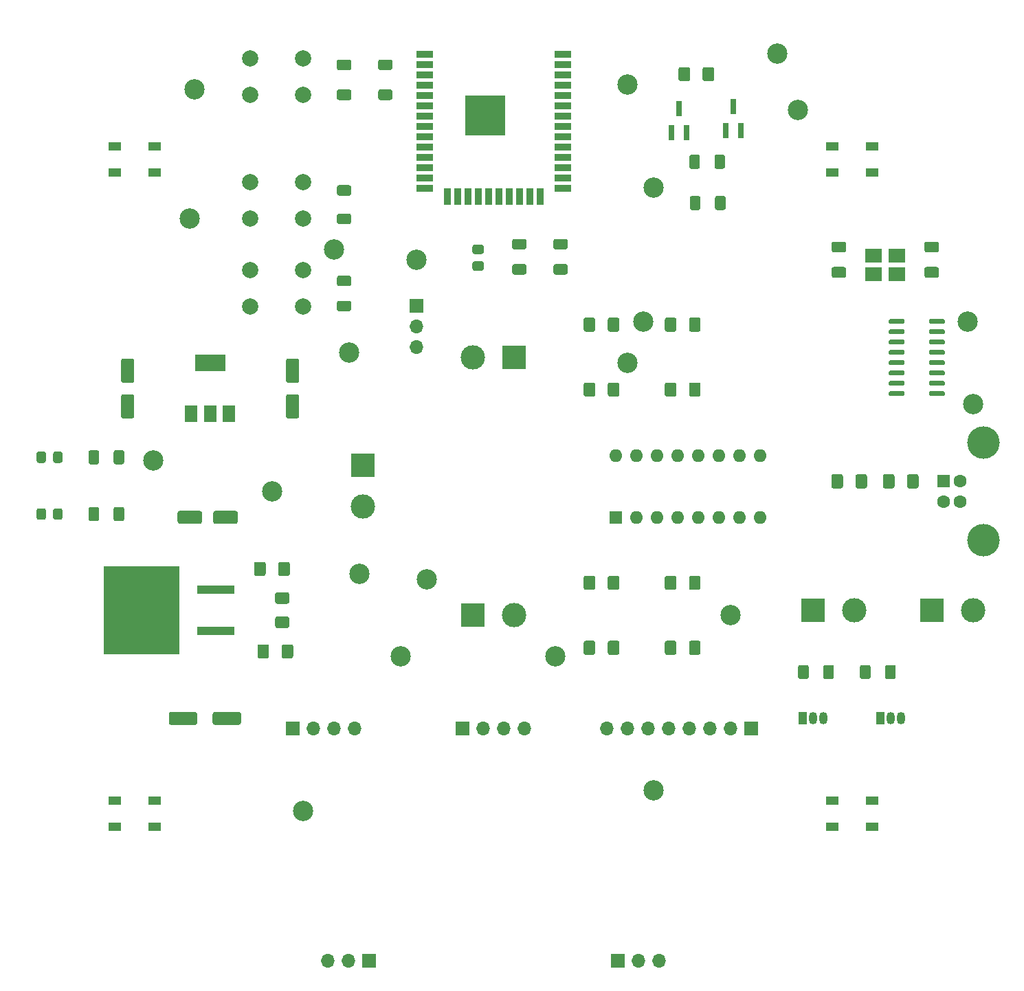
<source format=gts>
G04 #@! TF.GenerationSoftware,KiCad,Pcbnew,(5.1.8)-1*
G04 #@! TF.CreationDate,2021-10-14T20:57:29+02:00*
G04 #@! TF.ProjectId,Elab car PCB,456c6162-2063-4617-9220-5043422e6b69,rev?*
G04 #@! TF.SameCoordinates,Original*
G04 #@! TF.FileFunction,Soldermask,Top*
G04 #@! TF.FilePolarity,Negative*
%FSLAX46Y46*%
G04 Gerber Fmt 4.6, Leading zero omitted, Abs format (unit mm)*
G04 Created by KiCad (PCBNEW (5.1.8)-1) date 2021-10-14 20:57:29*
%MOMM*%
%LPD*%
G01*
G04 APERTURE LIST*
%ADD10C,2.500000*%
%ADD11R,1.700000X1.700000*%
%ADD12O,1.700000X1.700000*%
%ADD13R,1.600000X1.600000*%
%ADD14C,1.600000*%
%ADD15C,4.000000*%
%ADD16C,2.000000*%
%ADD17O,1.600000X1.600000*%
%ADD18R,4.600000X1.100000*%
%ADD19R,9.400000X10.800000*%
%ADD20R,2.100000X1.800000*%
%ADD21R,5.000000X5.000000*%
%ADD22R,2.000000X0.900000*%
%ADD23R,0.900000X2.000000*%
%ADD24R,3.800000X2.000000*%
%ADD25R,1.500000X2.000000*%
%ADD26O,1.050000X1.500000*%
%ADD27R,1.050000X1.500000*%
%ADD28R,0.800000X1.900000*%
%ADD29R,3.000000X3.000000*%
%ADD30C,3.000000*%
%ADD31R,1.500000X1.000000*%
G04 APERTURE END LIST*
D10*
X156210000Y-52070000D03*
X159385000Y-64770000D03*
X116205000Y-141605000D03*
X159385000Y-139065000D03*
X102870000Y-52705000D03*
X177165000Y-55245000D03*
X174625000Y-48260000D03*
X120015000Y-72390000D03*
X158115000Y-81280000D03*
X156210000Y-86360000D03*
X168910000Y-117475000D03*
X147320000Y-122555000D03*
X130175000Y-73660000D03*
X131445000Y-113030000D03*
X102235000Y-68580000D03*
X121920000Y-85090000D03*
X128270000Y-122555000D03*
X112395000Y-102235000D03*
X97790000Y-98425000D03*
X198120000Y-81280000D03*
X198755000Y-91440000D03*
X123190000Y-112395000D03*
D11*
X114935000Y-131445000D03*
D12*
X117475000Y-131445000D03*
X120015000Y-131445000D03*
X122555000Y-131445000D03*
D13*
X195165000Y-100965000D03*
D14*
X195165000Y-103465000D03*
X197165000Y-103465000D03*
X197165000Y-100965000D03*
D15*
X200025000Y-108215000D03*
X200025000Y-96215000D03*
G36*
G01*
X195285000Y-90020000D02*
X195285000Y-90320000D01*
G75*
G02*
X195135000Y-90470000I-150000J0D01*
G01*
X193485000Y-90470000D01*
G75*
G02*
X193335000Y-90320000I0J150000D01*
G01*
X193335000Y-90020000D01*
G75*
G02*
X193485000Y-89870000I150000J0D01*
G01*
X195135000Y-89870000D01*
G75*
G02*
X195285000Y-90020000I0J-150000D01*
G01*
G37*
G36*
G01*
X195285000Y-88750000D02*
X195285000Y-89050000D01*
G75*
G02*
X195135000Y-89200000I-150000J0D01*
G01*
X193485000Y-89200000D01*
G75*
G02*
X193335000Y-89050000I0J150000D01*
G01*
X193335000Y-88750000D01*
G75*
G02*
X193485000Y-88600000I150000J0D01*
G01*
X195135000Y-88600000D01*
G75*
G02*
X195285000Y-88750000I0J-150000D01*
G01*
G37*
G36*
G01*
X195285000Y-87480000D02*
X195285000Y-87780000D01*
G75*
G02*
X195135000Y-87930000I-150000J0D01*
G01*
X193485000Y-87930000D01*
G75*
G02*
X193335000Y-87780000I0J150000D01*
G01*
X193335000Y-87480000D01*
G75*
G02*
X193485000Y-87330000I150000J0D01*
G01*
X195135000Y-87330000D01*
G75*
G02*
X195285000Y-87480000I0J-150000D01*
G01*
G37*
G36*
G01*
X195285000Y-86210000D02*
X195285000Y-86510000D01*
G75*
G02*
X195135000Y-86660000I-150000J0D01*
G01*
X193485000Y-86660000D01*
G75*
G02*
X193335000Y-86510000I0J150000D01*
G01*
X193335000Y-86210000D01*
G75*
G02*
X193485000Y-86060000I150000J0D01*
G01*
X195135000Y-86060000D01*
G75*
G02*
X195285000Y-86210000I0J-150000D01*
G01*
G37*
G36*
G01*
X195285000Y-84940000D02*
X195285000Y-85240000D01*
G75*
G02*
X195135000Y-85390000I-150000J0D01*
G01*
X193485000Y-85390000D01*
G75*
G02*
X193335000Y-85240000I0J150000D01*
G01*
X193335000Y-84940000D01*
G75*
G02*
X193485000Y-84790000I150000J0D01*
G01*
X195135000Y-84790000D01*
G75*
G02*
X195285000Y-84940000I0J-150000D01*
G01*
G37*
G36*
G01*
X195285000Y-83670000D02*
X195285000Y-83970000D01*
G75*
G02*
X195135000Y-84120000I-150000J0D01*
G01*
X193485000Y-84120000D01*
G75*
G02*
X193335000Y-83970000I0J150000D01*
G01*
X193335000Y-83670000D01*
G75*
G02*
X193485000Y-83520000I150000J0D01*
G01*
X195135000Y-83520000D01*
G75*
G02*
X195285000Y-83670000I0J-150000D01*
G01*
G37*
G36*
G01*
X195285000Y-82400000D02*
X195285000Y-82700000D01*
G75*
G02*
X195135000Y-82850000I-150000J0D01*
G01*
X193485000Y-82850000D01*
G75*
G02*
X193335000Y-82700000I0J150000D01*
G01*
X193335000Y-82400000D01*
G75*
G02*
X193485000Y-82250000I150000J0D01*
G01*
X195135000Y-82250000D01*
G75*
G02*
X195285000Y-82400000I0J-150000D01*
G01*
G37*
G36*
G01*
X195285000Y-81130000D02*
X195285000Y-81430000D01*
G75*
G02*
X195135000Y-81580000I-150000J0D01*
G01*
X193485000Y-81580000D01*
G75*
G02*
X193335000Y-81430000I0J150000D01*
G01*
X193335000Y-81130000D01*
G75*
G02*
X193485000Y-80980000I150000J0D01*
G01*
X195135000Y-80980000D01*
G75*
G02*
X195285000Y-81130000I0J-150000D01*
G01*
G37*
G36*
G01*
X190335000Y-81130000D02*
X190335000Y-81430000D01*
G75*
G02*
X190185000Y-81580000I-150000J0D01*
G01*
X188535000Y-81580000D01*
G75*
G02*
X188385000Y-81430000I0J150000D01*
G01*
X188385000Y-81130000D01*
G75*
G02*
X188535000Y-80980000I150000J0D01*
G01*
X190185000Y-80980000D01*
G75*
G02*
X190335000Y-81130000I0J-150000D01*
G01*
G37*
G36*
G01*
X190335000Y-82400000D02*
X190335000Y-82700000D01*
G75*
G02*
X190185000Y-82850000I-150000J0D01*
G01*
X188535000Y-82850000D01*
G75*
G02*
X188385000Y-82700000I0J150000D01*
G01*
X188385000Y-82400000D01*
G75*
G02*
X188535000Y-82250000I150000J0D01*
G01*
X190185000Y-82250000D01*
G75*
G02*
X190335000Y-82400000I0J-150000D01*
G01*
G37*
G36*
G01*
X190335000Y-83670000D02*
X190335000Y-83970000D01*
G75*
G02*
X190185000Y-84120000I-150000J0D01*
G01*
X188535000Y-84120000D01*
G75*
G02*
X188385000Y-83970000I0J150000D01*
G01*
X188385000Y-83670000D01*
G75*
G02*
X188535000Y-83520000I150000J0D01*
G01*
X190185000Y-83520000D01*
G75*
G02*
X190335000Y-83670000I0J-150000D01*
G01*
G37*
G36*
G01*
X190335000Y-84940000D02*
X190335000Y-85240000D01*
G75*
G02*
X190185000Y-85390000I-150000J0D01*
G01*
X188535000Y-85390000D01*
G75*
G02*
X188385000Y-85240000I0J150000D01*
G01*
X188385000Y-84940000D01*
G75*
G02*
X188535000Y-84790000I150000J0D01*
G01*
X190185000Y-84790000D01*
G75*
G02*
X190335000Y-84940000I0J-150000D01*
G01*
G37*
G36*
G01*
X190335000Y-86210000D02*
X190335000Y-86510000D01*
G75*
G02*
X190185000Y-86660000I-150000J0D01*
G01*
X188535000Y-86660000D01*
G75*
G02*
X188385000Y-86510000I0J150000D01*
G01*
X188385000Y-86210000D01*
G75*
G02*
X188535000Y-86060000I150000J0D01*
G01*
X190185000Y-86060000D01*
G75*
G02*
X190335000Y-86210000I0J-150000D01*
G01*
G37*
G36*
G01*
X190335000Y-87480000D02*
X190335000Y-87780000D01*
G75*
G02*
X190185000Y-87930000I-150000J0D01*
G01*
X188535000Y-87930000D01*
G75*
G02*
X188385000Y-87780000I0J150000D01*
G01*
X188385000Y-87480000D01*
G75*
G02*
X188535000Y-87330000I150000J0D01*
G01*
X190185000Y-87330000D01*
G75*
G02*
X190335000Y-87480000I0J-150000D01*
G01*
G37*
G36*
G01*
X190335000Y-88750000D02*
X190335000Y-89050000D01*
G75*
G02*
X190185000Y-89200000I-150000J0D01*
G01*
X188535000Y-89200000D01*
G75*
G02*
X188385000Y-89050000I0J150000D01*
G01*
X188385000Y-88750000D01*
G75*
G02*
X188535000Y-88600000I150000J0D01*
G01*
X190185000Y-88600000D01*
G75*
G02*
X190335000Y-88750000I0J-150000D01*
G01*
G37*
G36*
G01*
X190335000Y-90020000D02*
X190335000Y-90320000D01*
G75*
G02*
X190185000Y-90470000I-150000J0D01*
G01*
X188535000Y-90470000D01*
G75*
G02*
X188385000Y-90320000I0J150000D01*
G01*
X188385000Y-90020000D01*
G75*
G02*
X188535000Y-89870000I150000J0D01*
G01*
X190185000Y-89870000D01*
G75*
G02*
X190335000Y-90020000I0J-150000D01*
G01*
G37*
D16*
X109705000Y-79430000D03*
X109705000Y-74930000D03*
X116205000Y-79430000D03*
X116205000Y-74930000D03*
X109705000Y-68635000D03*
X109705000Y-64135000D03*
X116205000Y-68635000D03*
X116205000Y-64135000D03*
X109705000Y-53395000D03*
X109705000Y-48895000D03*
X116205000Y-53340000D03*
X116205000Y-48895000D03*
D13*
X154749500Y-105410000D03*
D17*
X172529500Y-97790000D03*
X157289500Y-105410000D03*
X169989500Y-97790000D03*
X159829500Y-105410000D03*
X167449500Y-97790000D03*
X162369500Y-105410000D03*
X164909500Y-97790000D03*
X164909500Y-105410000D03*
X162369500Y-97790000D03*
X167449500Y-105410000D03*
X159829500Y-97790000D03*
X169989500Y-105410000D03*
X157289500Y-97790000D03*
X172529500Y-105410000D03*
X154749500Y-97790000D03*
D18*
X105470000Y-119380000D03*
X105470000Y-114300000D03*
D19*
X96320000Y-116840000D03*
G36*
G01*
X166882500Y-50175000D02*
X166882500Y-51425000D01*
G75*
G02*
X166632500Y-51675000I-250000J0D01*
G01*
X165707500Y-51675000D01*
G75*
G02*
X165457500Y-51425000I0J250000D01*
G01*
X165457500Y-50175000D01*
G75*
G02*
X165707500Y-49925000I250000J0D01*
G01*
X166632500Y-49925000D01*
G75*
G02*
X166882500Y-50175000I0J-250000D01*
G01*
G37*
G36*
G01*
X163907500Y-50175000D02*
X163907500Y-51425000D01*
G75*
G02*
X163657500Y-51675000I-250000J0D01*
G01*
X162732500Y-51675000D01*
G75*
G02*
X162482500Y-51425000I0J250000D01*
G01*
X162482500Y-50175000D01*
G75*
G02*
X162732500Y-49925000I250000J0D01*
G01*
X163657500Y-49925000D01*
G75*
G02*
X163907500Y-50175000I0J-250000D01*
G01*
G37*
G36*
G01*
X114595000Y-111135000D02*
X114595000Y-112385000D01*
G75*
G02*
X114345000Y-112635000I-250000J0D01*
G01*
X113420000Y-112635000D01*
G75*
G02*
X113170000Y-112385000I0J250000D01*
G01*
X113170000Y-111135000D01*
G75*
G02*
X113420000Y-110885000I250000J0D01*
G01*
X114345000Y-110885000D01*
G75*
G02*
X114595000Y-111135000I0J-250000D01*
G01*
G37*
G36*
G01*
X111620000Y-111135000D02*
X111620000Y-112385000D01*
G75*
G02*
X111370000Y-112635000I-250000J0D01*
G01*
X110445000Y-112635000D01*
G75*
G02*
X110195000Y-112385000I0J250000D01*
G01*
X110195000Y-111135000D01*
G75*
G02*
X110445000Y-110885000I250000J0D01*
G01*
X111370000Y-110885000D01*
G75*
G02*
X111620000Y-111135000I0J-250000D01*
G01*
G37*
G36*
G01*
X114290000Y-119040000D02*
X113040000Y-119040000D01*
G75*
G02*
X112790000Y-118790000I0J250000D01*
G01*
X112790000Y-117865000D01*
G75*
G02*
X113040000Y-117615000I250000J0D01*
G01*
X114290000Y-117615000D01*
G75*
G02*
X114540000Y-117865000I0J-250000D01*
G01*
X114540000Y-118790000D01*
G75*
G02*
X114290000Y-119040000I-250000J0D01*
G01*
G37*
G36*
G01*
X114290000Y-116065000D02*
X113040000Y-116065000D01*
G75*
G02*
X112790000Y-115815000I0J250000D01*
G01*
X112790000Y-114890000D01*
G75*
G02*
X113040000Y-114640000I250000J0D01*
G01*
X114290000Y-114640000D01*
G75*
G02*
X114540000Y-114890000I0J-250000D01*
G01*
X114540000Y-115815000D01*
G75*
G02*
X114290000Y-116065000I-250000J0D01*
G01*
G37*
G36*
G01*
X160800000Y-90286500D02*
X160800000Y-89036500D01*
G75*
G02*
X161050000Y-88786500I250000J0D01*
G01*
X161975000Y-88786500D01*
G75*
G02*
X162225000Y-89036500I0J-250000D01*
G01*
X162225000Y-90286500D01*
G75*
G02*
X161975000Y-90536500I-250000J0D01*
G01*
X161050000Y-90536500D01*
G75*
G02*
X160800000Y-90286500I0J250000D01*
G01*
G37*
G36*
G01*
X163775000Y-90286500D02*
X163775000Y-89036500D01*
G75*
G02*
X164025000Y-88786500I250000J0D01*
G01*
X164950000Y-88786500D01*
G75*
G02*
X165200000Y-89036500I0J-250000D01*
G01*
X165200000Y-90286500D01*
G75*
G02*
X164950000Y-90536500I-250000J0D01*
G01*
X164025000Y-90536500D01*
G75*
G02*
X163775000Y-90286500I0J250000D01*
G01*
G37*
G36*
G01*
X150800000Y-90286500D02*
X150800000Y-89036500D01*
G75*
G02*
X151050000Y-88786500I250000J0D01*
G01*
X151975000Y-88786500D01*
G75*
G02*
X152225000Y-89036500I0J-250000D01*
G01*
X152225000Y-90286500D01*
G75*
G02*
X151975000Y-90536500I-250000J0D01*
G01*
X151050000Y-90536500D01*
G75*
G02*
X150800000Y-90286500I0J250000D01*
G01*
G37*
G36*
G01*
X153775000Y-90286500D02*
X153775000Y-89036500D01*
G75*
G02*
X154025000Y-88786500I250000J0D01*
G01*
X154950000Y-88786500D01*
G75*
G02*
X155200000Y-89036500I0J-250000D01*
G01*
X155200000Y-90286500D01*
G75*
G02*
X154950000Y-90536500I-250000J0D01*
G01*
X154025000Y-90536500D01*
G75*
G02*
X153775000Y-90286500I0J250000D01*
G01*
G37*
G36*
G01*
X160800000Y-114100000D02*
X160800000Y-112850000D01*
G75*
G02*
X161050000Y-112600000I250000J0D01*
G01*
X161975000Y-112600000D01*
G75*
G02*
X162225000Y-112850000I0J-250000D01*
G01*
X162225000Y-114100000D01*
G75*
G02*
X161975000Y-114350000I-250000J0D01*
G01*
X161050000Y-114350000D01*
G75*
G02*
X160800000Y-114100000I0J250000D01*
G01*
G37*
G36*
G01*
X163775000Y-114100000D02*
X163775000Y-112850000D01*
G75*
G02*
X164025000Y-112600000I250000J0D01*
G01*
X164950000Y-112600000D01*
G75*
G02*
X165200000Y-112850000I0J-250000D01*
G01*
X165200000Y-114100000D01*
G75*
G02*
X164950000Y-114350000I-250000J0D01*
G01*
X164025000Y-114350000D01*
G75*
G02*
X163775000Y-114100000I0J250000D01*
G01*
G37*
G36*
G01*
X150800000Y-122100000D02*
X150800000Y-120850000D01*
G75*
G02*
X151050000Y-120600000I250000J0D01*
G01*
X151975000Y-120600000D01*
G75*
G02*
X152225000Y-120850000I0J-250000D01*
G01*
X152225000Y-122100000D01*
G75*
G02*
X151975000Y-122350000I-250000J0D01*
G01*
X151050000Y-122350000D01*
G75*
G02*
X150800000Y-122100000I0J250000D01*
G01*
G37*
G36*
G01*
X153775000Y-122100000D02*
X153775000Y-120850000D01*
G75*
G02*
X154025000Y-120600000I250000J0D01*
G01*
X154950000Y-120600000D01*
G75*
G02*
X155200000Y-120850000I0J-250000D01*
G01*
X155200000Y-122100000D01*
G75*
G02*
X154950000Y-122350000I-250000J0D01*
G01*
X154025000Y-122350000D01*
G75*
G02*
X153775000Y-122100000I0J250000D01*
G01*
G37*
G36*
G01*
X160800000Y-82286500D02*
X160800000Y-81036500D01*
G75*
G02*
X161050000Y-80786500I250000J0D01*
G01*
X161975000Y-80786500D01*
G75*
G02*
X162225000Y-81036500I0J-250000D01*
G01*
X162225000Y-82286500D01*
G75*
G02*
X161975000Y-82536500I-250000J0D01*
G01*
X161050000Y-82536500D01*
G75*
G02*
X160800000Y-82286500I0J250000D01*
G01*
G37*
G36*
G01*
X163775000Y-82286500D02*
X163775000Y-81036500D01*
G75*
G02*
X164025000Y-80786500I250000J0D01*
G01*
X164950000Y-80786500D01*
G75*
G02*
X165200000Y-81036500I0J-250000D01*
G01*
X165200000Y-82286500D01*
G75*
G02*
X164950000Y-82536500I-250000J0D01*
G01*
X164025000Y-82536500D01*
G75*
G02*
X163775000Y-82286500I0J250000D01*
G01*
G37*
G36*
G01*
X150800000Y-82286500D02*
X150800000Y-81036500D01*
G75*
G02*
X151050000Y-80786500I250000J0D01*
G01*
X151975000Y-80786500D01*
G75*
G02*
X152225000Y-81036500I0J-250000D01*
G01*
X152225000Y-82286500D01*
G75*
G02*
X151975000Y-82536500I-250000J0D01*
G01*
X151050000Y-82536500D01*
G75*
G02*
X150800000Y-82286500I0J250000D01*
G01*
G37*
G36*
G01*
X153775000Y-82286500D02*
X153775000Y-81036500D01*
G75*
G02*
X154025000Y-80786500I250000J0D01*
G01*
X154950000Y-80786500D01*
G75*
G02*
X155200000Y-81036500I0J-250000D01*
G01*
X155200000Y-82286500D01*
G75*
G02*
X154950000Y-82536500I-250000J0D01*
G01*
X154025000Y-82536500D01*
G75*
G02*
X153775000Y-82286500I0J250000D01*
G01*
G37*
G36*
G01*
X160800000Y-122100000D02*
X160800000Y-120850000D01*
G75*
G02*
X161050000Y-120600000I250000J0D01*
G01*
X161975000Y-120600000D01*
G75*
G02*
X162225000Y-120850000I0J-250000D01*
G01*
X162225000Y-122100000D01*
G75*
G02*
X161975000Y-122350000I-250000J0D01*
G01*
X161050000Y-122350000D01*
G75*
G02*
X160800000Y-122100000I0J250000D01*
G01*
G37*
G36*
G01*
X163775000Y-122100000D02*
X163775000Y-120850000D01*
G75*
G02*
X164025000Y-120600000I250000J0D01*
G01*
X164950000Y-120600000D01*
G75*
G02*
X165200000Y-120850000I0J-250000D01*
G01*
X165200000Y-122100000D01*
G75*
G02*
X164950000Y-122350000I-250000J0D01*
G01*
X164025000Y-122350000D01*
G75*
G02*
X163775000Y-122100000I0J250000D01*
G01*
G37*
G36*
G01*
X150800000Y-114100000D02*
X150800000Y-112850000D01*
G75*
G02*
X151050000Y-112600000I250000J0D01*
G01*
X151975000Y-112600000D01*
G75*
G02*
X152225000Y-112850000I0J-250000D01*
G01*
X152225000Y-114100000D01*
G75*
G02*
X151975000Y-114350000I-250000J0D01*
G01*
X151050000Y-114350000D01*
G75*
G02*
X150800000Y-114100000I0J250000D01*
G01*
G37*
G36*
G01*
X153775000Y-114100000D02*
X153775000Y-112850000D01*
G75*
G02*
X154025000Y-112600000I250000J0D01*
G01*
X154950000Y-112600000D01*
G75*
G02*
X155200000Y-112850000I0J-250000D01*
G01*
X155200000Y-114100000D01*
G75*
G02*
X154950000Y-114350000I-250000J0D01*
G01*
X154025000Y-114350000D01*
G75*
G02*
X153775000Y-114100000I0J250000D01*
G01*
G37*
G36*
G01*
X110612500Y-122545000D02*
X110612500Y-121295000D01*
G75*
G02*
X110862500Y-121045000I250000J0D01*
G01*
X111787500Y-121045000D01*
G75*
G02*
X112037500Y-121295000I0J-250000D01*
G01*
X112037500Y-122545000D01*
G75*
G02*
X111787500Y-122795000I-250000J0D01*
G01*
X110862500Y-122795000D01*
G75*
G02*
X110612500Y-122545000I0J250000D01*
G01*
G37*
G36*
G01*
X113587500Y-122545000D02*
X113587500Y-121295000D01*
G75*
G02*
X113837500Y-121045000I250000J0D01*
G01*
X114762500Y-121045000D01*
G75*
G02*
X115012500Y-121295000I0J-250000D01*
G01*
X115012500Y-122545000D01*
G75*
G02*
X114762500Y-122795000I-250000J0D01*
G01*
X113837500Y-122795000D01*
G75*
G02*
X113587500Y-122545000I0J250000D01*
G01*
G37*
G36*
G01*
X181315000Y-101590000D02*
X181315000Y-100340000D01*
G75*
G02*
X181565000Y-100090000I250000J0D01*
G01*
X182490000Y-100090000D01*
G75*
G02*
X182740000Y-100340000I0J-250000D01*
G01*
X182740000Y-101590000D01*
G75*
G02*
X182490000Y-101840000I-250000J0D01*
G01*
X181565000Y-101840000D01*
G75*
G02*
X181315000Y-101590000I0J250000D01*
G01*
G37*
G36*
G01*
X184290000Y-101590000D02*
X184290000Y-100340000D01*
G75*
G02*
X184540000Y-100090000I250000J0D01*
G01*
X185465000Y-100090000D01*
G75*
G02*
X185715000Y-100340000I0J-250000D01*
G01*
X185715000Y-101590000D01*
G75*
G02*
X185465000Y-101840000I-250000J0D01*
G01*
X184540000Y-101840000D01*
G75*
G02*
X184290000Y-101590000I0J250000D01*
G01*
G37*
D20*
X186510000Y-75445000D03*
X189410000Y-75445000D03*
X189410000Y-73145000D03*
X186510000Y-73145000D03*
D21*
X138700000Y-55887000D03*
D22*
X131200000Y-48387000D03*
X131200000Y-49657000D03*
X131200000Y-50927000D03*
X131200000Y-52197000D03*
X131200000Y-53467000D03*
X131200000Y-54737000D03*
X131200000Y-56007000D03*
X131200000Y-57277000D03*
X131200000Y-58547000D03*
X131200000Y-59817000D03*
X131200000Y-61087000D03*
X131200000Y-62357000D03*
X131200000Y-63627000D03*
X131200000Y-64897000D03*
D23*
X133985000Y-65897000D03*
X135255000Y-65897000D03*
X136525000Y-65897000D03*
X137795000Y-65897000D03*
X139065000Y-65897000D03*
X140335000Y-65897000D03*
X141605000Y-65897000D03*
X142875000Y-65897000D03*
X144145000Y-65897000D03*
X145415000Y-65897000D03*
D22*
X148200000Y-64897000D03*
X148200000Y-63627000D03*
X148200000Y-62357000D03*
X148200000Y-61087000D03*
X148200000Y-59817000D03*
X148200000Y-58547000D03*
X148200000Y-57277000D03*
X148200000Y-56007000D03*
X148200000Y-54737000D03*
X148200000Y-53467000D03*
X148200000Y-52197000D03*
X148200000Y-50927000D03*
X148200000Y-49657000D03*
X148200000Y-48387000D03*
D24*
X104775000Y-86360000D03*
D25*
X104775000Y-92660000D03*
X107075000Y-92660000D03*
X102475000Y-92660000D03*
G36*
G01*
X184845000Y-125085000D02*
X184845000Y-123835000D01*
G75*
G02*
X185095000Y-123585000I250000J0D01*
G01*
X185895000Y-123585000D01*
G75*
G02*
X186145000Y-123835000I0J-250000D01*
G01*
X186145000Y-125085000D01*
G75*
G02*
X185895000Y-125335000I-250000J0D01*
G01*
X185095000Y-125335000D01*
G75*
G02*
X184845000Y-125085000I0J250000D01*
G01*
G37*
G36*
G01*
X187945000Y-125085000D02*
X187945000Y-123835000D01*
G75*
G02*
X188195000Y-123585000I250000J0D01*
G01*
X188995000Y-123585000D01*
G75*
G02*
X189245000Y-123835000I0J-250000D01*
G01*
X189245000Y-125085000D01*
G75*
G02*
X188995000Y-125335000I-250000J0D01*
G01*
X188195000Y-125335000D01*
G75*
G02*
X187945000Y-125085000I0J250000D01*
G01*
G37*
G36*
G01*
X177225000Y-125085000D02*
X177225000Y-123835000D01*
G75*
G02*
X177475000Y-123585000I250000J0D01*
G01*
X178275000Y-123585000D01*
G75*
G02*
X178525000Y-123835000I0J-250000D01*
G01*
X178525000Y-125085000D01*
G75*
G02*
X178275000Y-125335000I-250000J0D01*
G01*
X177475000Y-125335000D01*
G75*
G02*
X177225000Y-125085000I0J250000D01*
G01*
G37*
G36*
G01*
X180325000Y-125085000D02*
X180325000Y-123835000D01*
G75*
G02*
X180575000Y-123585000I250000J0D01*
G01*
X181375000Y-123585000D01*
G75*
G02*
X181625000Y-123835000I0J-250000D01*
G01*
X181625000Y-125085000D01*
G75*
G02*
X181375000Y-125335000I-250000J0D01*
G01*
X180575000Y-125335000D01*
G75*
G02*
X180325000Y-125085000I0J250000D01*
G01*
G37*
G36*
G01*
X148580000Y-75505000D02*
X147330000Y-75505000D01*
G75*
G02*
X147080000Y-75255000I0J250000D01*
G01*
X147080000Y-74455000D01*
G75*
G02*
X147330000Y-74205000I250000J0D01*
G01*
X148580000Y-74205000D01*
G75*
G02*
X148830000Y-74455000I0J-250000D01*
G01*
X148830000Y-75255000D01*
G75*
G02*
X148580000Y-75505000I-250000J0D01*
G01*
G37*
G36*
G01*
X148580000Y-72405000D02*
X147330000Y-72405000D01*
G75*
G02*
X147080000Y-72155000I0J250000D01*
G01*
X147080000Y-71355000D01*
G75*
G02*
X147330000Y-71105000I250000J0D01*
G01*
X148580000Y-71105000D01*
G75*
G02*
X148830000Y-71355000I0J-250000D01*
G01*
X148830000Y-72155000D01*
G75*
G02*
X148580000Y-72405000I-250000J0D01*
G01*
G37*
G36*
G01*
X163890000Y-67300000D02*
X163890000Y-66050000D01*
G75*
G02*
X164140000Y-65800000I250000J0D01*
G01*
X164940000Y-65800000D01*
G75*
G02*
X165190000Y-66050000I0J-250000D01*
G01*
X165190000Y-67300000D01*
G75*
G02*
X164940000Y-67550000I-250000J0D01*
G01*
X164140000Y-67550000D01*
G75*
G02*
X163890000Y-67300000I0J250000D01*
G01*
G37*
G36*
G01*
X166990000Y-67300000D02*
X166990000Y-66050000D01*
G75*
G02*
X167240000Y-65800000I250000J0D01*
G01*
X168040000Y-65800000D01*
G75*
G02*
X168290000Y-66050000I0J-250000D01*
G01*
X168290000Y-67300000D01*
G75*
G02*
X168040000Y-67550000I-250000J0D01*
G01*
X167240000Y-67550000D01*
G75*
G02*
X166990000Y-67300000I0J250000D01*
G01*
G37*
G36*
G01*
X168215000Y-60970000D02*
X168215000Y-62220000D01*
G75*
G02*
X167965000Y-62470000I-250000J0D01*
G01*
X167165000Y-62470000D01*
G75*
G02*
X166915000Y-62220000I0J250000D01*
G01*
X166915000Y-60970000D01*
G75*
G02*
X167165000Y-60720000I250000J0D01*
G01*
X167965000Y-60720000D01*
G75*
G02*
X168215000Y-60970000I0J-250000D01*
G01*
G37*
G36*
G01*
X165115000Y-60970000D02*
X165115000Y-62220000D01*
G75*
G02*
X164865000Y-62470000I-250000J0D01*
G01*
X164065000Y-62470000D01*
G75*
G02*
X163815000Y-62220000I0J250000D01*
G01*
X163815000Y-60970000D01*
G75*
G02*
X164065000Y-60720000I250000J0D01*
G01*
X164865000Y-60720000D01*
G75*
G02*
X165115000Y-60970000I0J-250000D01*
G01*
G37*
G36*
G01*
X94200000Y-104375000D02*
X94200000Y-105625000D01*
G75*
G02*
X93950000Y-105875000I-250000J0D01*
G01*
X93150000Y-105875000D01*
G75*
G02*
X92900000Y-105625000I0J250000D01*
G01*
X92900000Y-104375000D01*
G75*
G02*
X93150000Y-104125000I250000J0D01*
G01*
X93950000Y-104125000D01*
G75*
G02*
X94200000Y-104375000I0J-250000D01*
G01*
G37*
G36*
G01*
X91100000Y-104375000D02*
X91100000Y-105625000D01*
G75*
G02*
X90850000Y-105875000I-250000J0D01*
G01*
X90050000Y-105875000D01*
G75*
G02*
X89800000Y-105625000I0J250000D01*
G01*
X89800000Y-104375000D01*
G75*
G02*
X90050000Y-104125000I250000J0D01*
G01*
X90850000Y-104125000D01*
G75*
G02*
X91100000Y-104375000I0J-250000D01*
G01*
G37*
G36*
G01*
X94200000Y-97375000D02*
X94200000Y-98625000D01*
G75*
G02*
X93950000Y-98875000I-250000J0D01*
G01*
X93150000Y-98875000D01*
G75*
G02*
X92900000Y-98625000I0J250000D01*
G01*
X92900000Y-97375000D01*
G75*
G02*
X93150000Y-97125000I250000J0D01*
G01*
X93950000Y-97125000D01*
G75*
G02*
X94200000Y-97375000I0J-250000D01*
G01*
G37*
G36*
G01*
X91100000Y-97375000D02*
X91100000Y-98625000D01*
G75*
G02*
X90850000Y-98875000I-250000J0D01*
G01*
X90050000Y-98875000D01*
G75*
G02*
X89800000Y-98625000I0J250000D01*
G01*
X89800000Y-97375000D01*
G75*
G02*
X90050000Y-97125000I250000J0D01*
G01*
X90850000Y-97125000D01*
G75*
G02*
X91100000Y-97375000I0J-250000D01*
G01*
G37*
G36*
G01*
X121910000Y-80025000D02*
X120660000Y-80025000D01*
G75*
G02*
X120410000Y-79775000I0J250000D01*
G01*
X120410000Y-78975000D01*
G75*
G02*
X120660000Y-78725000I250000J0D01*
G01*
X121910000Y-78725000D01*
G75*
G02*
X122160000Y-78975000I0J-250000D01*
G01*
X122160000Y-79775000D01*
G75*
G02*
X121910000Y-80025000I-250000J0D01*
G01*
G37*
G36*
G01*
X121910000Y-76925000D02*
X120660000Y-76925000D01*
G75*
G02*
X120410000Y-76675000I0J250000D01*
G01*
X120410000Y-75875000D01*
G75*
G02*
X120660000Y-75625000I250000J0D01*
G01*
X121910000Y-75625000D01*
G75*
G02*
X122160000Y-75875000I0J-250000D01*
G01*
X122160000Y-76675000D01*
G75*
G02*
X121910000Y-76925000I-250000J0D01*
G01*
G37*
G36*
G01*
X121910400Y-69285000D02*
X120659600Y-69285000D01*
G75*
G02*
X120410000Y-69035400I0J249600D01*
G01*
X120410000Y-68234600D01*
G75*
G02*
X120659600Y-67985000I249600J0D01*
G01*
X121910400Y-67985000D01*
G75*
G02*
X122160000Y-68234600I0J-249600D01*
G01*
X122160000Y-69035400D01*
G75*
G02*
X121910400Y-69285000I-249600J0D01*
G01*
G37*
G36*
G01*
X121910000Y-65775000D02*
X120660000Y-65775000D01*
G75*
G02*
X120410000Y-65525000I0J250000D01*
G01*
X120410000Y-64725000D01*
G75*
G02*
X120660000Y-64475000I250000J0D01*
G01*
X121910000Y-64475000D01*
G75*
G02*
X122160000Y-64725000I0J-250000D01*
G01*
X122160000Y-65525000D01*
G75*
G02*
X121910000Y-65775000I-250000J0D01*
G01*
G37*
G36*
G01*
X125739600Y-49007000D02*
X126990400Y-49007000D01*
G75*
G02*
X127240000Y-49256600I0J-249600D01*
G01*
X127240000Y-50057400D01*
G75*
G02*
X126990400Y-50307000I-249600J0D01*
G01*
X125739600Y-50307000D01*
G75*
G02*
X125490000Y-50057400I0J249600D01*
G01*
X125490000Y-49256600D01*
G75*
G02*
X125739600Y-49007000I249600J0D01*
G01*
G37*
G36*
G01*
X125740000Y-52690000D02*
X126990000Y-52690000D01*
G75*
G02*
X127240000Y-52940000I0J-250000D01*
G01*
X127240000Y-53740000D01*
G75*
G02*
X126990000Y-53990000I-250000J0D01*
G01*
X125740000Y-53990000D01*
G75*
G02*
X125490000Y-53740000I0J250000D01*
G01*
X125490000Y-52940000D01*
G75*
G02*
X125740000Y-52690000I250000J0D01*
G01*
G37*
G36*
G01*
X143500000Y-75505000D02*
X142250000Y-75505000D01*
G75*
G02*
X142000000Y-75255000I0J250000D01*
G01*
X142000000Y-74455000D01*
G75*
G02*
X142250000Y-74205000I250000J0D01*
G01*
X143500000Y-74205000D01*
G75*
G02*
X143750000Y-74455000I0J-250000D01*
G01*
X143750000Y-75255000D01*
G75*
G02*
X143500000Y-75505000I-250000J0D01*
G01*
G37*
G36*
G01*
X143500000Y-72405000D02*
X142250000Y-72405000D01*
G75*
G02*
X142000000Y-72155000I0J250000D01*
G01*
X142000000Y-71355000D01*
G75*
G02*
X142250000Y-71105000I250000J0D01*
G01*
X143500000Y-71105000D01*
G75*
G02*
X143750000Y-71355000I0J-250000D01*
G01*
X143750000Y-72155000D01*
G75*
G02*
X143500000Y-72405000I-250000J0D01*
G01*
G37*
D26*
X188595000Y-130175000D03*
X189865000Y-130175000D03*
D27*
X187325000Y-130175000D03*
D26*
X179070000Y-130175000D03*
X180340000Y-130175000D03*
D27*
X177800000Y-130175000D03*
D28*
X168280000Y-57785000D03*
X170180000Y-57785000D03*
X169230000Y-54785000D03*
X161610000Y-58015000D03*
X163510000Y-58015000D03*
X162560000Y-55015000D03*
D29*
X179070000Y-116840000D03*
D30*
X184150000Y-116840000D03*
D29*
X193675000Y-116840000D03*
D30*
X198755000Y-116840000D03*
D11*
X171450000Y-131445000D03*
D12*
X168910000Y-131445000D03*
X166370000Y-131445000D03*
X163830000Y-131445000D03*
X161290000Y-131445000D03*
X158750000Y-131445000D03*
X156210000Y-131445000D03*
X153670000Y-131445000D03*
D11*
X130175000Y-79375000D03*
D12*
X130175000Y-81915000D03*
X130175000Y-84455000D03*
D11*
X155000000Y-160000000D03*
D12*
X157540000Y-160000000D03*
X160080000Y-160000000D03*
D11*
X124400000Y-160000000D03*
D12*
X121860000Y-160000000D03*
X119320000Y-160000000D03*
D11*
X135890000Y-131445000D03*
D12*
X138430000Y-131445000D03*
X140970000Y-131445000D03*
X143510000Y-131445000D03*
D29*
X142240000Y-85661500D03*
D30*
X137160000Y-85661500D03*
D29*
X137160000Y-117475000D03*
D30*
X142240000Y-117475000D03*
D29*
X123634500Y-98996500D03*
D30*
X123634500Y-104076500D03*
G36*
G01*
X187665000Y-101590000D02*
X187665000Y-100340000D01*
G75*
G02*
X187915000Y-100090000I250000J0D01*
G01*
X188840000Y-100090000D01*
G75*
G02*
X189090000Y-100340000I0J-250000D01*
G01*
X189090000Y-101590000D01*
G75*
G02*
X188840000Y-101840000I-250000J0D01*
G01*
X187915000Y-101840000D01*
G75*
G02*
X187665000Y-101590000I0J250000D01*
G01*
G37*
G36*
G01*
X190640000Y-101590000D02*
X190640000Y-100340000D01*
G75*
G02*
X190890000Y-100090000I250000J0D01*
G01*
X191815000Y-100090000D01*
G75*
G02*
X192065000Y-100340000I0J-250000D01*
G01*
X192065000Y-101590000D01*
G75*
G02*
X191815000Y-101840000I-250000J0D01*
G01*
X190890000Y-101840000D01*
G75*
G02*
X190640000Y-101590000I0J250000D01*
G01*
G37*
G36*
G01*
X83400000Y-105450001D02*
X83400000Y-104549999D01*
G75*
G02*
X83649999Y-104300000I249999J0D01*
G01*
X84300001Y-104300000D01*
G75*
G02*
X84550000Y-104549999I0J-249999D01*
G01*
X84550000Y-105450001D01*
G75*
G02*
X84300001Y-105700000I-249999J0D01*
G01*
X83649999Y-105700000D01*
G75*
G02*
X83400000Y-105450001I0J249999D01*
G01*
G37*
G36*
G01*
X85450000Y-105450001D02*
X85450000Y-104549999D01*
G75*
G02*
X85699999Y-104300000I249999J0D01*
G01*
X86350001Y-104300000D01*
G75*
G02*
X86600000Y-104549999I0J-249999D01*
G01*
X86600000Y-105450001D01*
G75*
G02*
X86350001Y-105700000I-249999J0D01*
G01*
X85699999Y-105700000D01*
G75*
G02*
X85450000Y-105450001I0J249999D01*
G01*
G37*
G36*
G01*
X83400000Y-98450001D02*
X83400000Y-97549999D01*
G75*
G02*
X83649999Y-97300000I249999J0D01*
G01*
X84300001Y-97300000D01*
G75*
G02*
X84550000Y-97549999I0J-249999D01*
G01*
X84550000Y-98450001D01*
G75*
G02*
X84300001Y-98700000I-249999J0D01*
G01*
X83649999Y-98700000D01*
G75*
G02*
X83400000Y-98450001I0J249999D01*
G01*
G37*
G36*
G01*
X85450000Y-98450001D02*
X85450000Y-97549999D01*
G75*
G02*
X85699999Y-97300000I249999J0D01*
G01*
X86350001Y-97300000D01*
G75*
G02*
X86600000Y-97549999I0J-249999D01*
G01*
X86600000Y-98450001D01*
G75*
G02*
X86350001Y-98700000I-249999J0D01*
G01*
X85699999Y-98700000D01*
G75*
G02*
X85450000Y-98450001I0J249999D01*
G01*
G37*
G36*
G01*
X138245001Y-75015000D02*
X137344999Y-75015000D01*
G75*
G02*
X137095000Y-74765001I0J249999D01*
G01*
X137095000Y-74114999D01*
G75*
G02*
X137344999Y-73865000I249999J0D01*
G01*
X138245001Y-73865000D01*
G75*
G02*
X138495000Y-74114999I0J-249999D01*
G01*
X138495000Y-74765001D01*
G75*
G02*
X138245001Y-75015000I-249999J0D01*
G01*
G37*
G36*
G01*
X138245001Y-72965000D02*
X137344999Y-72965000D01*
G75*
G02*
X137095000Y-72715001I0J249999D01*
G01*
X137095000Y-72064999D01*
G75*
G02*
X137344999Y-71815000I249999J0D01*
G01*
X138245001Y-71815000D01*
G75*
G02*
X138495000Y-72064999I0J-249999D01*
G01*
X138495000Y-72715001D01*
G75*
G02*
X138245001Y-72965000I-249999J0D01*
G01*
G37*
D31*
X186350000Y-62900000D03*
X186350000Y-59700000D03*
X181450000Y-62900000D03*
X181450000Y-59700000D03*
X186350000Y-143500000D03*
X186350000Y-140300000D03*
X181450000Y-143500000D03*
X181450000Y-140300000D03*
X97950000Y-143500000D03*
X97950000Y-140300000D03*
X93050000Y-143500000D03*
X93050000Y-140300000D03*
X97950000Y-62900000D03*
X97950000Y-59700000D03*
X93050000Y-62900000D03*
X93050000Y-59700000D03*
G36*
G01*
X121935001Y-54002500D02*
X120634999Y-54002500D01*
G75*
G02*
X120385000Y-53752501I0J249999D01*
G01*
X120385000Y-52927499D01*
G75*
G02*
X120634999Y-52677500I249999J0D01*
G01*
X121935001Y-52677500D01*
G75*
G02*
X122185000Y-52927499I0J-249999D01*
G01*
X122185000Y-53752501D01*
G75*
G02*
X121935001Y-54002500I-249999J0D01*
G01*
G37*
G36*
G01*
X121934575Y-50319500D02*
X120635425Y-50319500D01*
G75*
G02*
X120385000Y-50069075I0J250425D01*
G01*
X120385000Y-49244925D01*
G75*
G02*
X120635425Y-48994500I250425J0D01*
G01*
X121934575Y-48994500D01*
G75*
G02*
X122185000Y-49244925I0J-250425D01*
G01*
X122185000Y-50069075D01*
G75*
G02*
X121934575Y-50319500I-250425J0D01*
G01*
G37*
G36*
G01*
X108180000Y-104860000D02*
X108180000Y-105960000D01*
G75*
G02*
X107930000Y-106210000I-250000J0D01*
G01*
X105430000Y-106210000D01*
G75*
G02*
X105180000Y-105960000I0J250000D01*
G01*
X105180000Y-104860000D01*
G75*
G02*
X105430000Y-104610000I250000J0D01*
G01*
X107930000Y-104610000D01*
G75*
G02*
X108180000Y-104860000I0J-250000D01*
G01*
G37*
G36*
G01*
X103780000Y-104860000D02*
X103780000Y-105960000D01*
G75*
G02*
X103530000Y-106210000I-250000J0D01*
G01*
X101030000Y-106210000D01*
G75*
G02*
X100780000Y-105960000I0J250000D01*
G01*
X100780000Y-104860000D01*
G75*
G02*
X101030000Y-104610000I250000J0D01*
G01*
X103530000Y-104610000D01*
G75*
G02*
X103780000Y-104860000I0J-250000D01*
G01*
G37*
G36*
G01*
X108590000Y-129625000D02*
X108590000Y-130725000D01*
G75*
G02*
X108340000Y-130975000I-250000J0D01*
G01*
X105340000Y-130975000D01*
G75*
G02*
X105090000Y-130725000I0J250000D01*
G01*
X105090000Y-129625000D01*
G75*
G02*
X105340000Y-129375000I250000J0D01*
G01*
X108340000Y-129375000D01*
G75*
G02*
X108590000Y-129625000I0J-250000D01*
G01*
G37*
G36*
G01*
X103190000Y-129625000D02*
X103190000Y-130725000D01*
G75*
G02*
X102940000Y-130975000I-250000J0D01*
G01*
X99940000Y-130975000D01*
G75*
G02*
X99690000Y-130725000I0J250000D01*
G01*
X99690000Y-129625000D01*
G75*
G02*
X99940000Y-129375000I250000J0D01*
G01*
X102940000Y-129375000D01*
G75*
G02*
X103190000Y-129625000I0J-250000D01*
G01*
G37*
G36*
G01*
X95165000Y-93235000D02*
X94065000Y-93235000D01*
G75*
G02*
X93815000Y-92985000I0J250000D01*
G01*
X93815000Y-90485000D01*
G75*
G02*
X94065000Y-90235000I250000J0D01*
G01*
X95165000Y-90235000D01*
G75*
G02*
X95415000Y-90485000I0J-250000D01*
G01*
X95415000Y-92985000D01*
G75*
G02*
X95165000Y-93235000I-250000J0D01*
G01*
G37*
G36*
G01*
X95165000Y-88835000D02*
X94065000Y-88835000D01*
G75*
G02*
X93815000Y-88585000I0J250000D01*
G01*
X93815000Y-86085000D01*
G75*
G02*
X94065000Y-85835000I250000J0D01*
G01*
X95165000Y-85835000D01*
G75*
G02*
X95415000Y-86085000I0J-250000D01*
G01*
X95415000Y-88585000D01*
G75*
G02*
X95165000Y-88835000I-250000J0D01*
G01*
G37*
G36*
G01*
X115485000Y-93235000D02*
X114385000Y-93235000D01*
G75*
G02*
X114135000Y-92985000I0J250000D01*
G01*
X114135000Y-90485000D01*
G75*
G02*
X114385000Y-90235000I250000J0D01*
G01*
X115485000Y-90235000D01*
G75*
G02*
X115735000Y-90485000I0J-250000D01*
G01*
X115735000Y-92985000D01*
G75*
G02*
X115485000Y-93235000I-250000J0D01*
G01*
G37*
G36*
G01*
X115485000Y-88835000D02*
X114385000Y-88835000D01*
G75*
G02*
X114135000Y-88585000I0J250000D01*
G01*
X114135000Y-86085000D01*
G75*
G02*
X114385000Y-85835000I250000J0D01*
G01*
X115485000Y-85835000D01*
G75*
G02*
X115735000Y-86085000I0J-250000D01*
G01*
X115735000Y-88585000D01*
G75*
G02*
X115485000Y-88835000I-250000J0D01*
G01*
G37*
G36*
G01*
X193024999Y-71435000D02*
X194325001Y-71435000D01*
G75*
G02*
X194575000Y-71684999I0J-249999D01*
G01*
X194575000Y-72510001D01*
G75*
G02*
X194325001Y-72760000I-249999J0D01*
G01*
X193024999Y-72760000D01*
G75*
G02*
X192775000Y-72510001I0J249999D01*
G01*
X192775000Y-71684999D01*
G75*
G02*
X193024999Y-71435000I249999J0D01*
G01*
G37*
G36*
G01*
X193024999Y-74560000D02*
X194325001Y-74560000D01*
G75*
G02*
X194575000Y-74809999I0J-249999D01*
G01*
X194575000Y-75635001D01*
G75*
G02*
X194325001Y-75885000I-249999J0D01*
G01*
X193024999Y-75885000D01*
G75*
G02*
X192775000Y-75635001I0J249999D01*
G01*
X192775000Y-74809999D01*
G75*
G02*
X193024999Y-74560000I249999J0D01*
G01*
G37*
G36*
G01*
X182895001Y-75885000D02*
X181594999Y-75885000D01*
G75*
G02*
X181345000Y-75635001I0J249999D01*
G01*
X181345000Y-74809999D01*
G75*
G02*
X181594999Y-74560000I249999J0D01*
G01*
X182895001Y-74560000D01*
G75*
G02*
X183145000Y-74809999I0J-249999D01*
G01*
X183145000Y-75635001D01*
G75*
G02*
X182895001Y-75885000I-249999J0D01*
G01*
G37*
G36*
G01*
X182895001Y-72760000D02*
X181594999Y-72760000D01*
G75*
G02*
X181345000Y-72510001I0J249999D01*
G01*
X181345000Y-71684999D01*
G75*
G02*
X181594999Y-71435000I249999J0D01*
G01*
X182895001Y-71435000D01*
G75*
G02*
X183145000Y-71684999I0J-249999D01*
G01*
X183145000Y-72510001D01*
G75*
G02*
X182895001Y-72760000I-249999J0D01*
G01*
G37*
M02*

</source>
